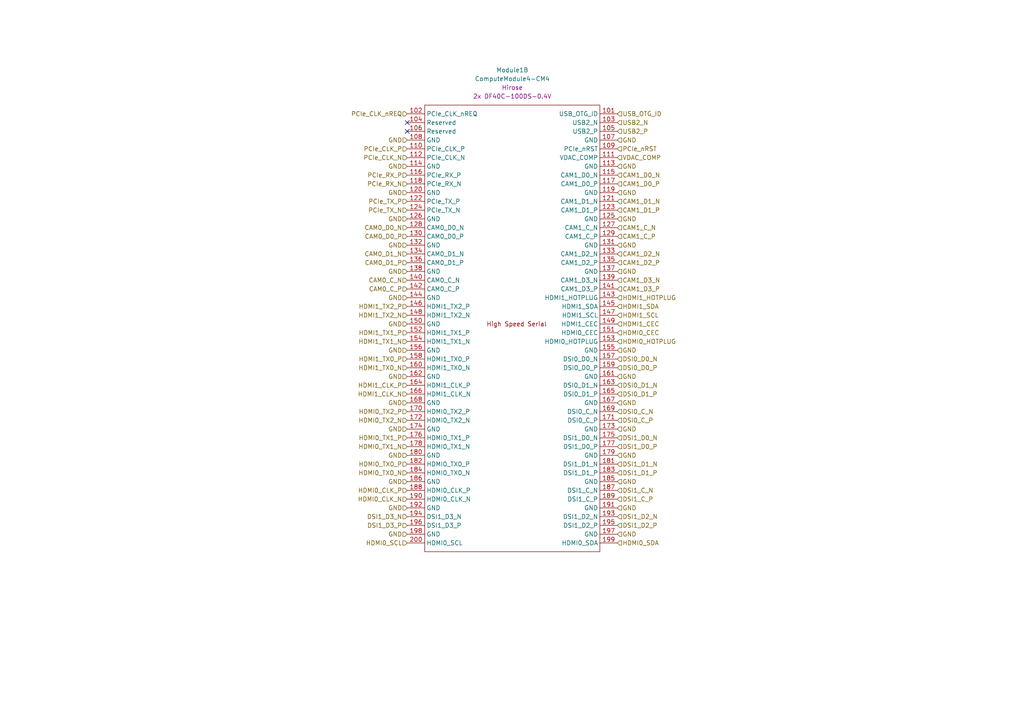
<source format=kicad_sch>
(kicad_sch (version 20201015) (generator eeschema)
  (page 1 4)
  (paper "A4")
  (lib_symbols
    (symbol "CM4IO:ComputeModule4-CM4"
      (property "Reference" "Module" (at 113.03 -68.58 0))
      (property "Value" "ComputeModule4-CM4" (at 140.97 2.54 0))
      (property "Field4" "Hirose" (at 0 0 0))
      (property "Field5" "2x DF40C-100DS-0.4V" (at 0 -2.54 0))
      (symbol "ComputeModule4-CM4_1_0"
        (text "GPIO" (at 0 6.35 0) (effects (font (size 1.27 1.27))))
      )
      (symbol "ComputeModule4-CM4_1_1"
        (text "600mA Max" (at -8.89 -53.34 0) (effects (font (size 1.27 1.27))))
        (text "600mA Max" (at -8.89 -48.26 0) (effects (font (size 1.27 1.27))))
        (text "NB SD signals are only available" (at -1.27 -27.94 0) (effects (font (size 1.27 1.27))))
        (text "on modules without eMMC" (at -1.27 -30.48 0) (effects (font (size 1.27 1.27))))
        (rectangle (start -30.48 -71.12) (end 25.4 58.42))
        (pin power_in line (at 27.94 55.88 180) (length 2.54) (name "GND") (number "1"))
        (pin passive line (at -33.02 45.72 0) (length 2.54) (name "Ethernet_Pair0_N") (number "10"))
        (pin output line (at -33.02 -68.58 0) (length 2.54) (name "nEXTRST") (number "100"))
        (pin passive line (at 27.94 43.18 180) (length 2.54) (name "Ethernet_Pair2_P") (number "11"))
        (pin passive line (at -33.02 43.18 0) (length 2.54) (name "Ethernet_Pair0_P") (number "12"))
        (pin power_in line (at 27.94 40.64 180) (length 2.54) (name "GND") (number "13"))
        (pin power_in line (at -33.02 40.64 0) (length 2.54) (name "GND") (number "14"))
        (pin output line (at 27.94 38.1 180) (length 2.54) (name "Ethernet_nLED3(3.3v)") (number "15"))
        (pin input line (at -33.02 38.1 0) (length 2.54) (name "Ethernet_SYNC_IN(1.8v)") (number "16"))
        (pin output line (at 27.94 35.56 180) (length 2.54) (name "Ethernet_nLED2(3.3v)") (number "17"))
        (pin input line (at -33.02 35.56 0) (length 2.54) (name "Ethernet_SYNC_OUT(1.8v)") (number "18"))
        (pin output line (at 27.94 33.02 180) (length 2.54) (name "Ethernet_nLED1(3.3v)") (number "19"))
        (pin power_in line (at -33.02 55.88 0) (length 2.54) (name "GND") (number "2"))
        (pin passive line (at -33.02 33.02 0) (length 2.54) (name "EEPROM_nWP") (number "20"))
        (pin open_collector line (at 27.94 30.48 180) (length 2.54) (name "PI_nLED_Activity") (number "21"))
        (pin power_in line (at -33.02 30.48 0) (length 2.54) (name "GND") (number "22"))
        (pin power_in line (at 27.94 27.94 180) (length 2.54) (name "GND") (number "23"))
        (pin passive line (at -33.02 27.94 0) (length 2.54) (name "GPIO26") (number "24"))
        (pin passive line (at 27.94 25.4 180) (length 2.54) (name "GPIO21") (number "25"))
        (pin passive line (at -33.02 25.4 0) (length 2.54) (name "GPIO19") (number "26"))
        (pin passive line (at 27.94 22.86 180) (length 2.54) (name "GPIO20") (number "27"))
        (pin passive line (at -33.02 22.86 0) (length 2.54) (name "GPIO13") (number "28"))
        (pin passive line (at 27.94 20.32 180) (length 2.54) (name "GPIO16") (number "29"))
        (pin passive line (at 27.94 53.34 180) (length 2.54) (name "Ethernet_Pair3_P") (number "3"))
        (pin passive line (at -33.02 20.32 0) (length 2.54) (name "GPIO6") (number "30"))
        (pin passive line (at 27.94 17.78 180) (length 2.54) (name "GPIO12") (number "31"))
        (pin power_in line (at -33.02 17.78 0) (length 2.54) (name "GND") (number "32"))
        (pin power_in line (at 27.94 15.24 180) (length 2.54) (name "GND") (number "33"))
        (pin passive line (at -33.02 15.24 0) (length 2.54) (name "GPIO5") (number "34"))
        (pin passive line (at 27.94 12.7 180) (length 2.54) (name "ID_SC") (number "35"))
        (pin passive line (at -33.02 12.7 0) (length 2.54) (name "ID_SD") (number "36"))
        (pin passive line (at 27.94 10.16 180) (length 2.54) (name "GPIO7") (number "37"))
        (pin passive line (at -33.02 10.16 0) (length 2.54) (name "GPIO11") (number "38"))
        (pin passive line (at 27.94 7.62 180) (length 2.54) (name "GPIO8") (number "39"))
        (pin passive line (at -33.02 53.34 0) (length 2.54) (name "Ethernet_Pair1_P") (number "4"))
        (pin passive line (at -33.02 7.62 0) (length 2.54) (name "GPIO9") (number "40"))
        (pin passive line (at 27.94 5.08 180) (length 2.54) (name "GPIO25") (number "41"))
        (pin power_in line (at -33.02 5.08 0) (length 2.54) (name "GND") (number "42"))
        (pin power_in line (at 27.94 2.54 180) (length 2.54) (name "GND") (number "43"))
        (pin passive line (at -33.02 2.54 0) (length 2.54) (name "GPIO10") (number "44"))
        (pin passive line (at 27.94 0 180) (length 2.54) (name "GPIO24") (number "45"))
        (pin passive line (at -33.02 0 0) (length 2.54) (name "GPIO22") (number "46"))
        (pin passive line (at 27.94 -2.54 180) (length 2.54) (name "GPIO23") (number "47"))
        (pin passive line (at -33.02 -2.54 0) (length 2.54) (name "GPIO27") (number "48"))
        (pin passive line (at 27.94 -5.08 180) (length 2.54) (name "GPIO18") (number "49"))
        (pin passive line (at 27.94 50.8 180) (length 2.54) (name "Ethernet_Pair3_N") (number "5"))
        (pin passive line (at -33.02 -5.08 0) (length 2.54) (name "GPIO17") (number "50"))
        (pin passive line (at 27.94 -7.62 180) (length 2.54) (name "GPIO15") (number "51"))
        (pin power_in line (at -33.02 -7.62 0) (length 2.54) (name "GND") (number "52"))
        (pin power_in line (at 27.94 -10.16 180) (length 2.54) (name "GND") (number "53"))
        (pin passive line (at -33.02 -10.16 0) (length 2.54) (name "GPIO4") (number "54"))
        (pin passive line (at 27.94 -12.7 180) (length 2.54) (name "GPIO14") (number "55"))
        (pin passive line (at -33.02 -12.7 0) (length 2.54) (name "GPIO3") (number "56"))
        (pin passive line (at 27.94 -15.24 180) (length 2.54) (name "SD_CLK") (number "57"))
        (pin passive line (at -33.02 -15.24 0) (length 2.54) (name "GPIO2") (number "58"))
        (pin power_in line (at 27.94 -17.78 180) (length 2.54) (name "GND") (number "59"))
        (pin passive line (at -33.02 50.8 0) (length 2.54) (name "Ethernet_Pair1_N") (number "6"))
        (pin power_in line (at -33.02 -17.78 0) (length 2.54) (name "GND") (number "60"))
        (pin passive line (at 27.94 -20.32 180) (length 2.54) (name "SD_DAT3") (number "61"))
        (pin passive line (at -33.02 -20.32 0) (length 2.54) (name "SD_CMD") (number "62"))
        (pin passive line (at 27.94 -22.86 180) (length 2.54) (name "SD_DAT0") (number "63"))
        (pin passive line (at -33.02 -22.86 0) (length 2.54) (name "SD_DAT5") (number "64"))
        (pin power_in line (at 27.94 -25.4 180) (length 2.54) (name "GND") (number "65"))
        (pin power_in line (at -33.02 -25.4 0) (length 2.54) (name "GND") (number "66"))
        (pin passive line (at 27.94 -27.94 180) (length 2.54) (name "SD_DAT1") (number "67"))
        (pin passive line (at -33.02 -27.94 0) (length 2.54) (name "SD_DAT4") (number "68"))
        (pin passive line (at 27.94 -30.48 180) (length 2.54) (name "SD_DAT2") (number "69"))
        (pin power_in line (at 27.94 48.26 180) (length 2.54) (name "GND") (number "7"))
        (pin passive line (at -33.02 -30.48 0) (length 2.54) (name "SD_DAT7") (number "70"))
        (pin power_in line (at 27.94 -33.02 180) (length 2.54) (name "GND") (number "71"))
        (pin passive line (at -33.02 -33.02 0) (length 2.54) (name "SD_DAT6") (number "72"))
        (pin input line (at 27.94 -35.56 180) (length 2.54) (name "SD_VDD_Override") (number "73"))
        (pin power_in line (at -33.02 -35.56 0) (length 2.54) (name "GND") (number "74"))
        (pin output line (at 27.94 -38.1 180) (length 2.54) (name "SD_PWR_ON") (number "75"))
        (pin passive line (at -33.02 -38.1 0) (length 2.54) (name "Reserved") (number "76"))
        (pin power_in line (at 27.94 -40.64 180) (length 2.54) (name "+5v_(Input)") (number "77"))
        (pin power_in line (at -33.02 -40.64 0) (length 2.54) (name "GPIO_VREF(1.8v/3.3v_Input)") (number "78"))
        (pin power_in line (at 27.94 -43.18 180) (length 2.54) (name "+5v_(Input)") (number "79"))
        (pin power_in line (at -33.02 48.26 0) (length 2.54) (name "GND") (number "8"))
        (pin passive line (at -33.02 -43.18 0) (length 2.54) (name "SCL0") (number "80"))
        (pin power_in line (at 27.94 -45.72 180) (length 2.54) (name "+5v_(Input)") (number "81"))
        (pin passive line (at -33.02 -45.72 0) (length 2.54) (name "SDA0") (number "82"))
        (pin power_in line (at 27.94 -48.26 180) (length 2.54) (name "+5v_(Input)") (number "83"))
        (pin power_out line (at -33.02 -48.26 0) (length 2.54) (name "+3.3v_(Output)") (number "84"))
        (pin power_in line (at 27.94 -50.8 180) (length 2.54) (name "+5v_(Input)") (number "85"))
        (pin power_out line (at -33.02 -50.8 0) (length 2.54) (name "+3.3v_(Output)") (number "86"))
        (pin power_in line (at 27.94 -53.34 180) (length 2.54) (name "+5v_(Input)") (number "87"))
        (pin power_out line (at -33.02 -53.34 0) (length 2.54) (name "+1.8v_(Output)") (number "88"))
        (pin power_in line (at 27.94 -55.88 180) (length 2.54) (name "WiFi_nDisable") (number "89"))
        (pin passive line (at 27.94 45.72 180) (length 2.54) (name "Ethernet_Pair2_N") (number "9"))
        (pin power_out line (at -33.02 -55.88 0) (length 2.54) (name "+1.8v_(Output)") (number "90"))
        (pin power_in line (at 27.94 -58.42 180) (length 2.54) (name "BT_nDisable") (number "91"))
        (pin passive line (at -33.02 -58.42 0) (length 2.54) (name "RUN_PG") (number "92"))
        (pin input line (at 27.94 -60.96 180) (length 2.54) (name "nRPIBOOT") (number "93"))
        (pin passive line (at -33.02 -60.96 0) (length 2.54) (name "AnalogIP0") (number "94"))
        (pin output line (at 27.94 -63.5 180) (length 2.54) (name "nPI_LED_PWR") (number "95"))
        (pin passive line (at -33.02 -63.5 0) (length 2.54) (name "AnalogIP1") (number "96"))
        (pin passive line (at 27.94 -66.04 180) (length 2.54) (name "Camera_GPIO") (number "97"))
        (pin power_in line (at -33.02 -66.04 0) (length 2.54) (name "GND") (number "98"))
        (pin input line (at 27.94 -68.58 180) (length 2.54) (name "Global_EN") (number "99"))
      )
      (symbol "ComputeModule4-CM4_2_1"
        (text "High Speed Serial" (at 140.97 0 0) (effects (font (size 1.27 1.27))))
        (rectangle (start 114.3 -66.04) (end 165.1 63.5))
        (pin input line (at 170.18 60.96 180) (length 5.08) (name "USB_OTG_ID") (number "101"))
        (pin input line (at 109.22 60.96 0) (length 5.08) (name "PCIe_CLK_nREQ") (number "102"))
        (pin passive line (at 170.18 58.42 180) (length 5.08) (name "USB2_N") (number "103"))
        (pin passive line (at 109.22 58.42 0) (length 5.08) (name "Reserved") (number "104"))
        (pin passive line (at 170.18 55.88 180) (length 5.08) (name "USB2_P") (number "105"))
        (pin passive line (at 109.22 55.88 0) (length 5.08) (name "Reserved") (number "106"))
        (pin power_in line (at 170.18 53.34 180) (length 5.08) (name "GND") (number "107"))
        (pin power_in line (at 109.22 53.34 0) (length 5.08) (name "GND") (number "108"))
        (pin bidirectional line (at 170.18 50.8 180) (length 5.08) (name "PCIe_nRST") (number "109"))
        (pin output line (at 109.22 50.8 0) (length 5.08) (name "PCIe_CLK_P") (number "110"))
        (pin passive line (at 170.18 48.26 180) (length 5.08) (name "VDAC_COMP") (number "111"))
        (pin output line (at 109.22 48.26 0) (length 5.08) (name "PCIe_CLK_N") (number "112"))
        (pin power_in line (at 170.18 45.72 180) (length 5.08) (name "GND") (number "113"))
        (pin power_in line (at 109.22 45.72 0) (length 5.08) (name "GND") (number "114"))
        (pin input line (at 170.18 43.18 180) (length 5.08) (name "CAM1_D0_N") (number "115"))
        (pin input line (at 109.22 43.18 0) (length 5.08) (name "PCIe_RX_P") (number "116"))
        (pin input line (at 170.18 40.64 180) (length 5.08) (name "CAM1_D0_P") (number "117"))
        (pin input line (at 109.22 40.64 0) (length 5.08) (name "PCIe_RX_N") (number "118"))
        (pin power_in line (at 170.18 38.1 180) (length 5.08) (name "GND") (number "119"))
        (pin power_in line (at 109.22 38.1 0) (length 5.08) (name "GND") (number "120"))
        (pin input line (at 170.18 35.56 180) (length 5.08) (name "CAM1_D1_N") (number "121"))
        (pin output line (at 109.22 35.56 0) (length 5.08) (name "PCIe_TX_P") (number "122"))
        (pin input line (at 170.18 33.02 180) (length 5.08) (name "CAM1_D1_P") (number "123"))
        (pin output line (at 109.22 33.02 0) (length 5.08) (name "PCIe_TX_N") (number "124"))
        (pin power_in line (at 170.18 30.48 180) (length 5.08) (name "GND") (number "125"))
        (pin power_in line (at 109.22 30.48 0) (length 5.08) (name "GND") (number "126"))
        (pin input line (at 170.18 27.94 180) (length 5.08) (name "CAM1_C_N") (number "127"))
        (pin input line (at 109.22 27.94 0) (length 5.08) (name "CAM0_D0_N") (number "128"))
        (pin input line (at 170.18 25.4 180) (length 5.08) (name "CAM1_C_P") (number "129"))
        (pin input line (at 109.22 25.4 0) (length 5.08) (name "CAM0_D0_P") (number "130"))
        (pin power_in line (at 170.18 22.86 180) (length 5.08) (name "GND") (number "131"))
        (pin power_in line (at 109.22 22.86 0) (length 5.08) (name "GND") (number "132"))
        (pin input line (at 170.18 20.32 180) (length 5.08) (name "CAM1_D2_N") (number "133"))
        (pin input line (at 109.22 20.32 0) (length 5.08) (name "CAM0_D1_N") (number "134"))
        (pin input line (at 170.18 17.78 180) (length 5.08) (name "CAM1_D2_P") (number "135"))
        (pin input line (at 109.22 17.78 0) (length 5.08) (name "CAM0_D1_P") (number "136"))
        (pin power_in line (at 170.18 15.24 180) (length 5.08) (name "GND") (number "137"))
        (pin power_in line (at 109.22 15.24 0) (length 5.08) (name "GND") (number "138"))
        (pin input line (at 170.18 12.7 180) (length 5.08) (name "CAM1_D3_N") (number "139"))
        (pin input line (at 109.22 12.7 0) (length 5.08) (name "CAM0_C_N") (number "140"))
        (pin input line (at 170.18 10.16 180) (length 5.08) (name "CAM1_D3_P") (number "141"))
        (pin input line (at 109.22 10.16 0) (length 5.08) (name "CAM0_C_P") (number "142"))
        (pin input line (at 170.18 7.62 180) (length 5.08) (name "HDMI1_HOTPLUG") (number "143"))
        (pin power_in line (at 109.22 7.62 0) (length 5.08) (name "GND") (number "144"))
        (pin bidirectional line (at 170.18 5.08 180) (length 5.08) (name "HDMI1_SDA") (number "145"))
        (pin output line (at 109.22 5.08 0) (length 5.08) (name "HDMI1_TX2_P") (number "146"))
        (pin open_collector line (at 170.18 2.54 180) (length 5.08) (name "HDMI1_SCL") (number "147"))
        (pin output line (at 109.22 2.54 0) (length 5.08) (name "HDMI1_TX2_N") (number "148"))
        (pin open_collector line (at 170.18 0 180) (length 5.08) (name "HDMI1_CEC") (number "149"))
        (pin power_in line (at 109.22 0 0) (length 5.08) (name "GND") (number "150"))
        (pin open_collector line (at 170.18 -2.54 180) (length 5.08) (name "HDMI0_CEC") (number "151"))
        (pin output line (at 109.22 -2.54 0) (length 5.08) (name "HDMI1_TX1_P") (number "152"))
        (pin input line (at 170.18 -5.08 180) (length 5.08) (name "HDMI0_HOTPLUG") (number "153"))
        (pin output line (at 109.22 -5.08 0) (length 5.08) (name "HDMI1_TX1_N") (number "154"))
        (pin power_in line (at 170.18 -7.62 180) (length 5.08) (name "GND") (number "155"))
        (pin power_in line (at 109.22 -7.62 0) (length 5.08) (name "GND") (number "156"))
        (pin output line (at 170.18 -10.16 180) (length 5.08) (name "DSI0_D0_N") (number "157"))
        (pin output line (at 109.22 -10.16 0) (length 5.08) (name "HDMI1_TX0_P") (number "158"))
        (pin output line (at 170.18 -12.7 180) (length 5.08) (name "DSI0_D0_P") (number "159"))
        (pin output line (at 109.22 -12.7 0) (length 5.08) (name "HDMI1_TX0_N") (number "160"))
        (pin power_in line (at 170.18 -15.24 180) (length 5.08) (name "GND") (number "161"))
        (pin power_in line (at 109.22 -15.24 0) (length 5.08) (name "GND") (number "162"))
        (pin output line (at 170.18 -17.78 180) (length 5.08) (name "DSI0_D1_N") (number "163"))
        (pin output line (at 109.22 -17.78 0) (length 5.08) (name "HDMI1_CLK_P") (number "164"))
        (pin output line (at 170.18 -20.32 180) (length 5.08) (name "DSI0_D1_P") (number "165"))
        (pin output line (at 109.22 -20.32 0) (length 5.08) (name "HDMI1_CLK_N") (number "166"))
        (pin power_in line (at 170.18 -22.86 180) (length 5.08) (name "GND") (number "167"))
        (pin power_in line (at 109.22 -22.86 0) (length 5.08) (name "GND") (number "168"))
        (pin output line (at 170.18 -25.4 180) (length 5.08) (name "DSI0_C_N") (number "169"))
        (pin output line (at 109.22 -25.4 0) (length 5.08) (name "HDMI0_TX2_P") (number "170"))
        (pin output line (at 170.18 -27.94 180) (length 5.08) (name "DSI0_C_P") (number "171"))
        (pin output line (at 109.22 -27.94 0) (length 5.08) (name "HDMI0_TX2_N") (number "172"))
        (pin power_in line (at 170.18 -30.48 180) (length 5.08) (name "GND") (number "173"))
        (pin power_in line (at 109.22 -30.48 0) (length 5.08) (name "GND") (number "174"))
        (pin output line (at 170.18 -33.02 180) (length 5.08) (name "DSI1_D0_N") (number "175"))
        (pin output line (at 109.22 -33.02 0) (length 5.08) (name "HDMI0_TX1_P") (number "176"))
        (pin output line (at 170.18 -35.56 180) (length 5.08) (name "DSI1_D0_P") (number "177"))
        (pin output line (at 109.22 -35.56 0) (length 5.08) (name "HDMI0_TX1_N") (number "178"))
        (pin power_in line (at 170.18 -38.1 180) (length 5.08) (name "GND") (number "179"))
        (pin power_in line (at 109.22 -38.1 0) (length 5.08) (name "GND") (number "180"))
        (pin output line (at 170.18 -40.64 180) (length 5.08) (name "DSI1_D1_N") (number "181"))
        (pin output line (at 109.22 -40.64 0) (length 5.08) (name "HDMI0_TX0_P") (number "182"))
        (pin output line (at 170.18 -43.18 180) (length 5.08) (name "DSI1_D1_P") (number "183"))
        (pin output line (at 109.22 -43.18 0) (length 5.08) (name "HDMI0_TX0_N") (number "184"))
        (pin power_in line (at 170.18 -45.72 180) (length 5.08) (name "GND") (number "185"))
        (pin power_in line (at 109.22 -45.72 0) (length 5.08) (name "GND") (number "186"))
        (pin output line (at 170.18 -48.26 180) (length 5.08) (name "DSI1_C_N") (number "187"))
        (pin output line (at 109.22 -48.26 0) (length 5.08) (name "HDMI0_CLK_P") (number "188"))
        (pin output line (at 170.18 -50.8 180) (length 5.08) (name "DSI1_C_P") (number "189"))
        (pin output line (at 109.22 -50.8 0) (length 5.08) (name "HDMI0_CLK_N") (number "190"))
        (pin power_in line (at 170.18 -53.34 180) (length 5.08) (name "GND") (number "191"))
        (pin power_in line (at 109.22 -53.34 0) (length 5.08) (name "GND") (number "192"))
        (pin output line (at 170.18 -55.88 180) (length 5.08) (name "DSI1_D2_N") (number "193"))
        (pin output line (at 109.22 -55.88 0) (length 5.08) (name "DSI1_D3_N") (number "194"))
        (pin output line (at 170.18 -58.42 180) (length 5.08) (name "DSI1_D2_P") (number "195"))
        (pin output line (at 109.22 -58.42 0) (length 5.08) (name "DSI1_D3_P") (number "196"))
        (pin power_in line (at 170.18 -60.96 180) (length 5.08) (name "GND") (number "197"))
        (pin power_in line (at 109.22 -60.96 0) (length 5.08) (name "GND") (number "198"))
        (pin bidirectional line (at 170.18 -63.5 180) (length 5.08) (name "HDMI0_SDA") (number "199"))
        (pin open_collector line (at 109.22 -63.5 0) (length 5.08) (name "HDMI0_SCL") (number "200"))
      )
    )
  )
  (no_connect (at 118.11 35.56))
  (no_connect (at 118.11 38.1))
  (hierarchical_label "PCIe_CLK_nREQ" (shape input) (at 118.11 33.02 180))
  (hierarchical_label "GND" (shape input) (at 118.11 40.64 180))
  (hierarchical_label "PCIe_CLK_P" (shape input) (at 118.11 43.18 180))
  (hierarchical_label "PCIe_CLK_N" (shape input) (at 118.11 45.72 180))
  (hierarchical_label "GND" (shape input) (at 118.11 48.26 180))
  (hierarchical_label "PCIe_RX_P" (shape input) (at 118.11 50.8 180))
  (hierarchical_label "PCIe_RX_N" (shape input) (at 118.11 53.34 180))
  (hierarchical_label "GND" (shape input) (at 118.11 55.88 180))
  (hierarchical_label "PCIe_TX_P" (shape input) (at 118.11 58.42 180))
  (hierarchical_label "PCIe_TX_N" (shape input) (at 118.11 60.96 180))
  (hierarchical_label "GND" (shape input) (at 118.11 63.5 180))
  (hierarchical_label "CAM0_D0_N" (shape input) (at 118.11 66.04 180))
  (hierarchical_label "CAM0_D0_P" (shape input) (at 118.11 68.58 180))
  (hierarchical_label "GND" (shape input) (at 118.11 71.12 180))
  (hierarchical_label "CAM0_D1_N" (shape input) (at 118.11 73.66 180))
  (hierarchical_label "CAM0_D1_P" (shape input) (at 118.11 76.2 180))
  (hierarchical_label "GND" (shape input) (at 118.11 78.74 180))
  (hierarchical_label "CAM0_C_N" (shape input) (at 118.11 81.28 180))
  (hierarchical_label "CAM0_C_P" (shape input) (at 118.11 83.82 180))
  (hierarchical_label "GND" (shape input) (at 118.11 86.36 180))
  (hierarchical_label "HDMI1_TX2_P" (shape input) (at 118.11 88.9 180))
  (hierarchical_label "HDMI1_TX2_N" (shape input) (at 118.11 91.44 180))
  (hierarchical_label "GND" (shape input) (at 118.11 93.98 180))
  (hierarchical_label "HDMI1_TX1_P" (shape input) (at 118.11 96.52 180))
  (hierarchical_label "HDMI1_TX1_N" (shape input) (at 118.11 99.06 180))
  (hierarchical_label "GND" (shape input) (at 118.11 101.6 180))
  (hierarchical_label "HDMI1_TX0_P" (shape input) (at 118.11 104.14 180))
  (hierarchical_label "HDMI1_TX0_N" (shape input) (at 118.11 106.68 180))
  (hierarchical_label "GND" (shape input) (at 118.11 109.22 180))
  (hierarchical_label "HDMI1_CLK_P" (shape input) (at 118.11 111.76 180))
  (hierarchical_label "HDMI1_CLK_N" (shape input) (at 118.11 114.3 180))
  (hierarchical_label "GND" (shape input) (at 118.11 116.84 180))
  (hierarchical_label "HDMI0_TX2_P" (shape input) (at 118.11 119.38 180))
  (hierarchical_label "HDMI0_TX2_N" (shape input) (at 118.11 121.92 180))
  (hierarchical_label "GND" (shape input) (at 118.11 124.46 180))
  (hierarchical_label "HDMI0_TX1_P" (shape input) (at 118.11 127 180))
  (hierarchical_label "HDMI0_TX1_N" (shape input) (at 118.11 129.54 180))
  (hierarchical_label "GND" (shape input) (at 118.11 132.08 180))
  (hierarchical_label "HDMI0_TX0_P" (shape input) (at 118.11 134.62 180))
  (hierarchical_label "HDMI0_TX0_N" (shape input) (at 118.11 137.16 180))
  (hierarchical_label "GND" (shape input) (at 118.11 139.7 180))
  (hierarchical_label "HDMI0_CLK_P" (shape input) (at 118.11 142.24 180))
  (hierarchical_label "HDMI0_CLK_N" (shape input) (at 118.11 144.78 180))
  (hierarchical_label "GND" (shape input) (at 118.11 147.32 180))
  (hierarchical_label "DSI1_D3_N" (shape input) (at 118.11 149.86 180))
  (hierarchical_label "DSI1_D3_P" (shape input) (at 118.11 152.4 180))
  (hierarchical_label "GND" (shape input) (at 118.11 154.94 180))
  (hierarchical_label "HDMI0_SCL" (shape input) (at 118.11 157.48 180))
  (hierarchical_label "USB_OTG_ID" (shape input) (at 179.07 33.02 0))
  (hierarchical_label "USB2_N" (shape input) (at 179.07 35.56 0))
  (hierarchical_label "USB2_P" (shape input) (at 179.07 38.1 0))
  (hierarchical_label "GND" (shape input) (at 179.07 40.64 0))
  (hierarchical_label "PCIe_nRST" (shape input) (at 179.07 43.18 0))
  (hierarchical_label "VDAC_COMP" (shape input) (at 179.07 45.72 0))
  (hierarchical_label "GND" (shape input) (at 179.07 48.26 0))
  (hierarchical_label "CAM1_D0_N" (shape input) (at 179.07 50.8 0))
  (hierarchical_label "CAM1_D0_P" (shape input) (at 179.07 53.34 0))
  (hierarchical_label "GND" (shape input) (at 179.07 55.88 0))
  (hierarchical_label "CAM1_D1_N" (shape input) (at 179.07 58.42 0))
  (hierarchical_label "CAM1_D1_P" (shape input) (at 179.07 60.96 0))
  (hierarchical_label "GND" (shape input) (at 179.07 63.5 0))
  (hierarchical_label "CAM1_C_N" (shape input) (at 179.07 66.04 0))
  (hierarchical_label "CAM1_C_P" (shape input) (at 179.07 68.58 0))
  (hierarchical_label "GND" (shape input) (at 179.07 71.12 0))
  (hierarchical_label "CAM1_D2_N" (shape input) (at 179.07 73.66 0))
  (hierarchical_label "CAM1_D2_P" (shape input) (at 179.07 76.2 0))
  (hierarchical_label "GND" (shape input) (at 179.07 78.74 0))
  (hierarchical_label "CAM1_D3_N" (shape input) (at 179.07 81.28 0))
  (hierarchical_label "CAM1_D3_P" (shape input) (at 179.07 83.82 0))
  (hierarchical_label "HDMI1_HOTPLUG" (shape input) (at 179.07 86.36 0))
  (hierarchical_label "HDMI1_SDA" (shape input) (at 179.07 88.9 0))
  (hierarchical_label "HDMI1_SCL" (shape input) (at 179.07 91.44 0))
  (hierarchical_label "HDMI1_CEC" (shape input) (at 179.07 93.98 0))
  (hierarchical_label "HDMI0_CEC" (shape input) (at 179.07 96.52 0))
  (hierarchical_label "HDMI0_HOTPLUG" (shape input) (at 179.07 99.06 0))
  (hierarchical_label "GND" (shape input) (at 179.07 101.6 0))
  (hierarchical_label "DSI0_D0_N" (shape input) (at 179.07 104.14 0))
  (hierarchical_label "DSI0_D0_P" (shape input) (at 179.07 106.68 0))
  (hierarchical_label "GND" (shape input) (at 179.07 109.22 0))
  (hierarchical_label "DSI0_D1_N" (shape input) (at 179.07 111.76 0))
  (hierarchical_label "DSI0_D1_P" (shape input) (at 179.07 114.3 0))
  (hierarchical_label "GND" (shape input) (at 179.07 116.84 0))
  (hierarchical_label "DSI0_C_N" (shape input) (at 179.07 119.38 0))
  (hierarchical_label "DSI0_C_P" (shape input) (at 179.07 121.92 0))
  (hierarchical_label "GND" (shape input) (at 179.07 124.46 0))
  (hierarchical_label "DSI1_D0_N" (shape input) (at 179.07 127 0))
  (hierarchical_label "DSI1_D0_P" (shape input) (at 179.07 129.54 0))
  (hierarchical_label "GND" (shape input) (at 179.07 132.08 0))
  (hierarchical_label "DSI1_D1_N" (shape input) (at 179.07 134.62 0))
  (hierarchical_label "DSI1_D1_P" (shape input) (at 179.07 137.16 0))
  (hierarchical_label "GND" (shape input) (at 179.07 139.7 0))
  (hierarchical_label "DSI1_C_N" (shape input) (at 179.07 142.24 0))
  (hierarchical_label "DSI1_C_P" (shape input) (at 179.07 144.78 0))
  (hierarchical_label "GND" (shape input) (at 179.07 147.32 0))
  (hierarchical_label "DSI1_D2_N" (shape input) (at 179.07 149.86 0))
  (hierarchical_label "DSI1_D2_P" (shape input) (at 179.07 152.4 0))
  (hierarchical_label "GND" (shape input) (at 179.07 154.94 0))
  (hierarchical_label "HDMI0_SDA" (shape input) (at 179.07 157.48 0))
  (symbol (lib_id "CM4IO:ComputeModule4-CM4") (at 8.89 93.98 0) (unit 2)
    (property "Reference" "Module1" (at 148.59 20.32 0))
    (property "Value" "ComputeModule4-CM4" (at 148.59 22.86 0))
    (property "Footprint" "CM4IO:Raspberry-Pi-4-Compute-Module" (effects hide))
    (property "Field4" "Hirose" (at 148.59 25.4 0))
    (property "Field5" "2x DF40C-100DS-0.4V" (at 148.59 27.94 0))
  )
)
</source>
